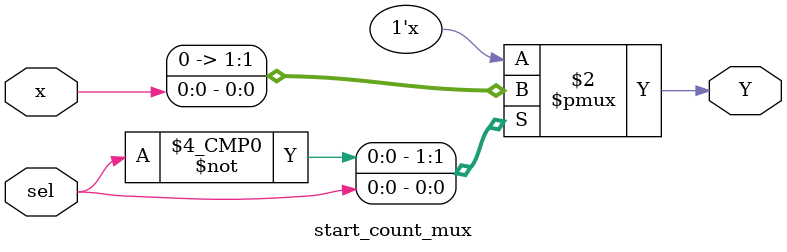
<source format=v>
module start_count_mux (sel, x, Y);

	input sel, x;
	output Y;
	
	reg Y;
	
	always @(sel or x)
	begin
		
		case (sel)
		
			1'b 0: Y = 0;
			1'b 1: Y = x;
			
		endcase
	end
endmodule
</source>
